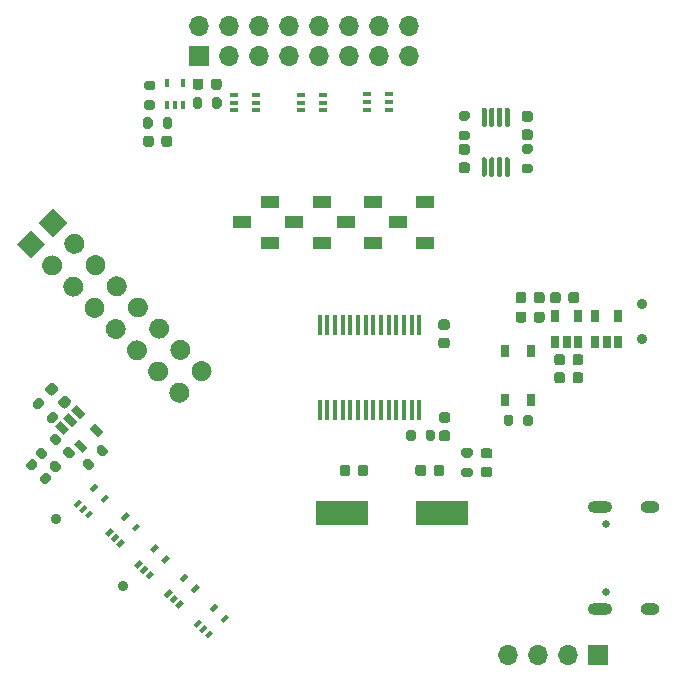
<source format=gbr>
%TF.GenerationSoftware,KiCad,Pcbnew,(5.1.9)-1*%
%TF.CreationDate,2021-05-12T23:31:49+03:00*%
%TF.ProjectId,Ganglion_01,47616e67-6c69-46f6-9e5f-30312e6b6963,01*%
%TF.SameCoordinates,PX4a1f960PY74ffa90*%
%TF.FileFunction,Soldermask,Top*%
%TF.FilePolarity,Negative*%
%FSLAX46Y46*%
G04 Gerber Fmt 4.6, Leading zero omitted, Abs format (unit mm)*
G04 Created by KiCad (PCBNEW (5.1.9)-1) date 2021-05-12 23:31:49*
%MOMM*%
%LPD*%
G01*
G04 APERTURE LIST*
%ADD10C,0.650000*%
%ADD11O,2.100000X1.000000*%
%ADD12O,1.600000X1.000000*%
%ADD13R,0.400000X0.650000*%
%ADD14R,4.500000X2.000000*%
%ADD15R,0.650000X0.400000*%
%ADD16C,0.100000*%
%ADD17R,0.650000X1.060000*%
%ADD18R,0.450000X1.750000*%
%ADD19O,1.700000X1.700000*%
%ADD20R,1.700000X1.700000*%
%ADD21R,1.600000X1.000000*%
%ADD22C,0.900000*%
%ADD23R,0.650000X1.050000*%
G04 APERTURE END LIST*
%TO.C,U6*%
G36*
G01*
X47618703Y44252611D02*
X47818703Y44252611D01*
G75*
G02*
X47918703Y44152611I0J-100000D01*
G01*
X47918703Y42727611D01*
G75*
G02*
X47818703Y42627611I-100000J0D01*
G01*
X47618703Y42627611D01*
G75*
G02*
X47518703Y42727611I0J100000D01*
G01*
X47518703Y44152611D01*
G75*
G02*
X47618703Y44252611I100000J0D01*
G01*
G37*
G36*
G01*
X46968703Y44252611D02*
X47168703Y44252611D01*
G75*
G02*
X47268703Y44152611I0J-100000D01*
G01*
X47268703Y42727611D01*
G75*
G02*
X47168703Y42627611I-100000J0D01*
G01*
X46968703Y42627611D01*
G75*
G02*
X46868703Y42727611I0J100000D01*
G01*
X46868703Y44152611D01*
G75*
G02*
X46968703Y44252611I100000J0D01*
G01*
G37*
G36*
G01*
X46318703Y44252611D02*
X46518703Y44252611D01*
G75*
G02*
X46618703Y44152611I0J-100000D01*
G01*
X46618703Y42727611D01*
G75*
G02*
X46518703Y42627611I-100000J0D01*
G01*
X46318703Y42627611D01*
G75*
G02*
X46218703Y42727611I0J100000D01*
G01*
X46218703Y44152611D01*
G75*
G02*
X46318703Y44252611I100000J0D01*
G01*
G37*
G36*
G01*
X45668703Y44252611D02*
X45868703Y44252611D01*
G75*
G02*
X45968703Y44152611I0J-100000D01*
G01*
X45968703Y42727611D01*
G75*
G02*
X45868703Y42627611I-100000J0D01*
G01*
X45668703Y42627611D01*
G75*
G02*
X45568703Y42727611I0J100000D01*
G01*
X45568703Y44152611D01*
G75*
G02*
X45668703Y44252611I100000J0D01*
G01*
G37*
G36*
G01*
X45668703Y48477611D02*
X45868703Y48477611D01*
G75*
G02*
X45968703Y48377611I0J-100000D01*
G01*
X45968703Y46952611D01*
G75*
G02*
X45868703Y46852611I-100000J0D01*
G01*
X45668703Y46852611D01*
G75*
G02*
X45568703Y46952611I0J100000D01*
G01*
X45568703Y48377611D01*
G75*
G02*
X45668703Y48477611I100000J0D01*
G01*
G37*
G36*
G01*
X46318703Y48477611D02*
X46518703Y48477611D01*
G75*
G02*
X46618703Y48377611I0J-100000D01*
G01*
X46618703Y46952611D01*
G75*
G02*
X46518703Y46852611I-100000J0D01*
G01*
X46318703Y46852611D01*
G75*
G02*
X46218703Y46952611I0J100000D01*
G01*
X46218703Y48377611D01*
G75*
G02*
X46318703Y48477611I100000J0D01*
G01*
G37*
G36*
G01*
X46968703Y48477611D02*
X47168703Y48477611D01*
G75*
G02*
X47268703Y48377611I0J-100000D01*
G01*
X47268703Y46952611D01*
G75*
G02*
X47168703Y46852611I-100000J0D01*
G01*
X46968703Y46852611D01*
G75*
G02*
X46868703Y46952611I0J100000D01*
G01*
X46868703Y48377611D01*
G75*
G02*
X46968703Y48477611I100000J0D01*
G01*
G37*
G36*
G01*
X47618703Y48477611D02*
X47818703Y48477611D01*
G75*
G02*
X47918703Y48377611I0J-100000D01*
G01*
X47918703Y46952611D01*
G75*
G02*
X47818703Y46852611I-100000J0D01*
G01*
X47618703Y46852611D01*
G75*
G02*
X47518703Y46952611I0J100000D01*
G01*
X47518703Y48377611D01*
G75*
G02*
X47618703Y48477611I100000J0D01*
G01*
G37*
%TD*%
D10*
%TO.C,USB1*%
X56125000Y7460000D03*
X56125000Y13240000D03*
D11*
X55595000Y14670000D03*
X55595000Y6030000D03*
D12*
X59775000Y14670000D03*
X59775000Y6030000D03*
%TD*%
D13*
%TO.C,U25*%
X18946100Y50556200D03*
X20246100Y50556200D03*
X19596100Y48656200D03*
X20246100Y48656200D03*
X18946100Y48656200D03*
%TD*%
D14*
%TO.C,Y1*%
X33697600Y14122400D03*
X42197600Y14122400D03*
%TD*%
D15*
%TO.C,U30*%
X32128500Y49545000D03*
X32128500Y48245000D03*
X30228500Y48895000D03*
X32128500Y48895000D03*
X30228500Y48245000D03*
X30228500Y49545000D03*
%TD*%
%TO.C,U29*%
X37716500Y49608500D03*
X37716500Y48308500D03*
X35816500Y48958500D03*
X37716500Y48958500D03*
X35816500Y48308500D03*
X35816500Y49608500D03*
%TD*%
%TO.C,U28*%
X26450000Y49550000D03*
X26450000Y48250000D03*
X24550000Y48900000D03*
X26450000Y48900000D03*
X24550000Y48250000D03*
X24550000Y49550000D03*
%TD*%
D16*
%TO.C,U22*%
G36*
X22805944Y5763940D02*
G01*
X22523101Y6046783D01*
X22982720Y6506402D01*
X23265563Y6223559D01*
X22805944Y5763940D01*
G37*
G36*
X23725183Y4844701D02*
G01*
X23442340Y5127544D01*
X23901959Y5587163D01*
X24184802Y5304320D01*
X23725183Y4844701D01*
G37*
G36*
X21922061Y3960818D02*
G01*
X21639218Y4243661D01*
X22098837Y4703280D01*
X22381680Y4420437D01*
X21922061Y3960818D01*
G37*
G36*
X22381680Y3501198D02*
G01*
X22098837Y3784041D01*
X22558456Y4243660D01*
X22841299Y3960817D01*
X22381680Y3501198D01*
G37*
G36*
X21462441Y4420437D02*
G01*
X21179598Y4703280D01*
X21639217Y5162899D01*
X21922060Y4880056D01*
X21462441Y4420437D01*
G37*
%TD*%
%TO.C,U21*%
G36*
X12645944Y15923940D02*
G01*
X12363101Y16206783D01*
X12822720Y16666402D01*
X13105563Y16383559D01*
X12645944Y15923940D01*
G37*
G36*
X13565183Y15004701D02*
G01*
X13282340Y15287544D01*
X13741959Y15747163D01*
X14024802Y15464320D01*
X13565183Y15004701D01*
G37*
G36*
X11762061Y14120818D02*
G01*
X11479218Y14403661D01*
X11938837Y14863280D01*
X12221680Y14580437D01*
X11762061Y14120818D01*
G37*
G36*
X12221680Y13661198D02*
G01*
X11938837Y13944041D01*
X12398456Y14403660D01*
X12681299Y14120817D01*
X12221680Y13661198D01*
G37*
G36*
X11302441Y14580437D02*
G01*
X11019598Y14863280D01*
X11479217Y15322899D01*
X11762060Y15040056D01*
X11302441Y14580437D01*
G37*
%TD*%
%TO.C,U20*%
G36*
X17776744Y10793140D02*
G01*
X17493901Y11075983D01*
X17953520Y11535602D01*
X18236363Y11252759D01*
X17776744Y10793140D01*
G37*
G36*
X18695983Y9873901D02*
G01*
X18413140Y10156744D01*
X18872759Y10616363D01*
X19155602Y10333520D01*
X18695983Y9873901D01*
G37*
G36*
X16892861Y8990018D02*
G01*
X16610018Y9272861D01*
X17069637Y9732480D01*
X17352480Y9449637D01*
X16892861Y8990018D01*
G37*
G36*
X17352480Y8530398D02*
G01*
X17069637Y8813241D01*
X17529256Y9272860D01*
X17812099Y8990017D01*
X17352480Y8530398D01*
G37*
G36*
X16433241Y9449637D02*
G01*
X16150398Y9732480D01*
X16610017Y10192099D01*
X16892860Y9909256D01*
X16433241Y9449637D01*
G37*
%TD*%
%TO.C,U19*%
G36*
X20291344Y8303940D02*
G01*
X20008501Y8586783D01*
X20468120Y9046402D01*
X20750963Y8763559D01*
X20291344Y8303940D01*
G37*
G36*
X21210583Y7384701D02*
G01*
X20927740Y7667544D01*
X21387359Y8127163D01*
X21670202Y7844320D01*
X21210583Y7384701D01*
G37*
G36*
X19407461Y6500818D02*
G01*
X19124618Y6783661D01*
X19584237Y7243280D01*
X19867080Y6960437D01*
X19407461Y6500818D01*
G37*
G36*
X19867080Y6041198D02*
G01*
X19584237Y6324041D01*
X20043856Y6783660D01*
X20326699Y6500817D01*
X19867080Y6041198D01*
G37*
G36*
X18947841Y6960437D02*
G01*
X18664998Y7243280D01*
X19124617Y7702899D01*
X19407460Y7420056D01*
X18947841Y6960437D01*
G37*
%TD*%
%TO.C,U18*%
G36*
X15287544Y13485540D02*
G01*
X15004701Y13768383D01*
X15464320Y14228002D01*
X15747163Y13945159D01*
X15287544Y13485540D01*
G37*
G36*
X16206783Y12566301D02*
G01*
X15923940Y12849144D01*
X16383559Y13308763D01*
X16666402Y13025920D01*
X16206783Y12566301D01*
G37*
G36*
X14403661Y11682418D02*
G01*
X14120818Y11965261D01*
X14580437Y12424880D01*
X14863280Y12142037D01*
X14403661Y11682418D01*
G37*
G36*
X14863280Y11222798D02*
G01*
X14580437Y11505641D01*
X15040056Y11965260D01*
X15322899Y11682417D01*
X14863280Y11222798D01*
G37*
G36*
X13944041Y12142037D02*
G01*
X13661198Y12424880D01*
X14120817Y12884499D01*
X14403660Y12601656D01*
X13944041Y12142037D01*
G37*
%TD*%
%TO.C,U14*%
G36*
X12351193Y21298691D02*
G01*
X12810812Y21758310D01*
X13560345Y21008777D01*
X13100726Y20549158D01*
X12351193Y21298691D01*
G37*
G36*
X11007690Y19955188D02*
G01*
X11467309Y20414807D01*
X12216842Y19665274D01*
X11757223Y19205655D01*
X11007690Y19955188D01*
G37*
G36*
X9452055Y21510823D02*
G01*
X9911674Y21970442D01*
X10661207Y21220909D01*
X10201588Y20761290D01*
X9452055Y21510823D01*
G37*
G36*
X10123807Y22182574D02*
G01*
X10583426Y22642193D01*
X11332959Y21892660D01*
X10873340Y21433041D01*
X10123807Y22182574D01*
G37*
G36*
X10795558Y22854326D02*
G01*
X11255177Y23313945D01*
X12004710Y22564412D01*
X11545091Y22104793D01*
X10795558Y22854326D01*
G37*
%TD*%
D17*
%TO.C,U10*%
X55184000Y30818000D03*
X57084000Y30818000D03*
X57084000Y28618000D03*
X56134000Y28618000D03*
X55184000Y28618000D03*
%TD*%
%TO.C,U9*%
X51805800Y30792600D03*
X53705800Y30792600D03*
X53705800Y28592600D03*
X52755800Y28592600D03*
X51805800Y28592600D03*
%TD*%
D18*
%TO.C,U7*%
X40293000Y22841400D03*
X39643000Y22841400D03*
X38993000Y22841400D03*
X38343000Y22841400D03*
X37693000Y22841400D03*
X37043000Y22841400D03*
X36393000Y22841400D03*
X35743000Y22841400D03*
X35093000Y22841400D03*
X34443000Y22841400D03*
X33793000Y22841400D03*
X33143000Y22841400D03*
X32493000Y22841400D03*
X31843000Y22841400D03*
X31843000Y30041400D03*
X32493000Y30041400D03*
X33143000Y30041400D03*
X33793000Y30041400D03*
X34443000Y30041400D03*
X35093000Y30041400D03*
X35743000Y30041400D03*
X36393000Y30041400D03*
X37043000Y30041400D03*
X37693000Y30041400D03*
X38343000Y30041400D03*
X38993000Y30041400D03*
X39643000Y30041400D03*
X40293000Y30041400D03*
%TD*%
%TO.C,R49*%
G36*
G01*
X22738900Y48594600D02*
X22738900Y49144600D01*
G75*
G02*
X22938900Y49344600I200000J0D01*
G01*
X23338900Y49344600D01*
G75*
G02*
X23538900Y49144600I0J-200000D01*
G01*
X23538900Y48594600D01*
G75*
G02*
X23338900Y48394600I-200000J0D01*
G01*
X22938900Y48394600D01*
G75*
G02*
X22738900Y48594600I0J200000D01*
G01*
G37*
G36*
G01*
X21088900Y48594600D02*
X21088900Y49144600D01*
G75*
G02*
X21288900Y49344600I200000J0D01*
G01*
X21688900Y49344600D01*
G75*
G02*
X21888900Y49144600I0J-200000D01*
G01*
X21888900Y48594600D01*
G75*
G02*
X21688900Y48394600I-200000J0D01*
G01*
X21288900Y48394600D01*
G75*
G02*
X21088900Y48594600I0J200000D01*
G01*
G37*
%TD*%
%TO.C,R47*%
G36*
G01*
X44048000Y17990000D02*
X44598000Y17990000D01*
G75*
G02*
X44798000Y17790000I0J-200000D01*
G01*
X44798000Y17390000D01*
G75*
G02*
X44598000Y17190000I-200000J0D01*
G01*
X44048000Y17190000D01*
G75*
G02*
X43848000Y17390000I0J200000D01*
G01*
X43848000Y17790000D01*
G75*
G02*
X44048000Y17990000I200000J0D01*
G01*
G37*
G36*
G01*
X44048000Y19640000D02*
X44598000Y19640000D01*
G75*
G02*
X44798000Y19440000I0J-200000D01*
G01*
X44798000Y19040000D01*
G75*
G02*
X44598000Y18840000I-200000J0D01*
G01*
X44048000Y18840000D01*
G75*
G02*
X43848000Y19040000I0J200000D01*
G01*
X43848000Y19440000D01*
G75*
G02*
X44048000Y19640000I200000J0D01*
G01*
G37*
%TD*%
%TO.C,R43*%
G36*
G01*
X12357425Y18740734D02*
X12746334Y18351825D01*
G75*
G02*
X12746334Y18068983I-141421J-141421D01*
G01*
X12463491Y17786140D01*
G75*
G02*
X12180649Y17786140I-141421J141421D01*
G01*
X11791740Y18175049D01*
G75*
G02*
X11791740Y18457891I141421J141421D01*
G01*
X12074583Y18740734D01*
G75*
G02*
X12357425Y18740734I141421J-141421D01*
G01*
G37*
G36*
G01*
X13524151Y19907460D02*
X13913060Y19518551D01*
G75*
G02*
X13913060Y19235709I-141421J-141421D01*
G01*
X13630217Y18952866D01*
G75*
G02*
X13347375Y18952866I-141421J141421D01*
G01*
X12958466Y19341775D01*
G75*
G02*
X12958466Y19624617I141421J141421D01*
G01*
X13241309Y19907460D01*
G75*
G02*
X13524151Y19907460I141421J-141421D01*
G01*
G37*
%TD*%
%TO.C,R42*%
G36*
G01*
X8716666Y22314225D02*
X9105575Y22703134D01*
G75*
G02*
X9388417Y22703134I141421J-141421D01*
G01*
X9671260Y22420291D01*
G75*
G02*
X9671260Y22137449I-141421J-141421D01*
G01*
X9282351Y21748540D01*
G75*
G02*
X8999509Y21748540I-141421J141421D01*
G01*
X8716666Y22031383D01*
G75*
G02*
X8716666Y22314225I141421J141421D01*
G01*
G37*
G36*
G01*
X7549940Y23480951D02*
X7938849Y23869860D01*
G75*
G02*
X8221691Y23869860I141421J-141421D01*
G01*
X8504534Y23587017D01*
G75*
G02*
X8504534Y23304175I-141421J-141421D01*
G01*
X8115625Y22915266D01*
G75*
G02*
X7832783Y22915266I-141421J141421D01*
G01*
X7549940Y23198109D01*
G75*
G02*
X7549940Y23480951I141421J141421D01*
G01*
G37*
%TD*%
%TO.C,R41*%
G36*
G01*
X9538025Y18562934D02*
X9926934Y18174025D01*
G75*
G02*
X9926934Y17891183I-141421J-141421D01*
G01*
X9644091Y17608340D01*
G75*
G02*
X9361249Y17608340I-141421J141421D01*
G01*
X8972340Y17997249D01*
G75*
G02*
X8972340Y18280091I141421J141421D01*
G01*
X9255183Y18562934D01*
G75*
G02*
X9538025Y18562934I141421J-141421D01*
G01*
G37*
G36*
G01*
X10704751Y19729660D02*
X11093660Y19340751D01*
G75*
G02*
X11093660Y19057909I-141421J-141421D01*
G01*
X10810817Y18775066D01*
G75*
G02*
X10527975Y18775066I-141421J141421D01*
G01*
X10139066Y19163975D01*
G75*
G02*
X10139066Y19446817I141421J141421D01*
G01*
X10421909Y19729660D01*
G75*
G02*
X10704751Y19729660I141421J-141421D01*
G01*
G37*
%TD*%
%TO.C,R40*%
G36*
G01*
X8395025Y19680534D02*
X8783934Y19291625D01*
G75*
G02*
X8783934Y19008783I-141421J-141421D01*
G01*
X8501091Y18725940D01*
G75*
G02*
X8218249Y18725940I-141421J141421D01*
G01*
X7829340Y19114849D01*
G75*
G02*
X7829340Y19397691I141421J141421D01*
G01*
X8112183Y19680534D01*
G75*
G02*
X8395025Y19680534I141421J-141421D01*
G01*
G37*
G36*
G01*
X9561751Y20847260D02*
X9950660Y20458351D01*
G75*
G02*
X9950660Y20175509I-141421J-141421D01*
G01*
X9667817Y19892666D01*
G75*
G02*
X9384975Y19892666I-141421J141421D01*
G01*
X8996066Y20281575D01*
G75*
G02*
X8996066Y20564417I141421J141421D01*
G01*
X9278909Y20847260D01*
G75*
G02*
X9561751Y20847260I141421J-141421D01*
G01*
G37*
%TD*%
%TO.C,R39*%
G36*
G01*
X8157866Y17158025D02*
X8546775Y17546934D01*
G75*
G02*
X8829617Y17546934I141421J-141421D01*
G01*
X9112460Y17264091D01*
G75*
G02*
X9112460Y16981249I-141421J-141421D01*
G01*
X8723551Y16592340D01*
G75*
G02*
X8440709Y16592340I-141421J141421D01*
G01*
X8157866Y16875183D01*
G75*
G02*
X8157866Y17158025I141421J141421D01*
G01*
G37*
G36*
G01*
X6991140Y18324751D02*
X7380049Y18713660D01*
G75*
G02*
X7662891Y18713660I141421J-141421D01*
G01*
X7945734Y18430817D01*
G75*
G02*
X7945734Y18147975I-141421J-141421D01*
G01*
X7556825Y17759066D01*
G75*
G02*
X7273983Y17759066I-141421J141421D01*
G01*
X6991140Y18041909D01*
G75*
G02*
X6991140Y18324751I141421J141421D01*
G01*
G37*
%TD*%
%TO.C,R38*%
G36*
G01*
X48225000Y22275000D02*
X48225000Y21725000D01*
G75*
G02*
X48025000Y21525000I-200000J0D01*
G01*
X47625000Y21525000D01*
G75*
G02*
X47425000Y21725000I0J200000D01*
G01*
X47425000Y22275000D01*
G75*
G02*
X47625000Y22475000I200000J0D01*
G01*
X48025000Y22475000D01*
G75*
G02*
X48225000Y22275000I0J-200000D01*
G01*
G37*
G36*
G01*
X49875000Y22275000D02*
X49875000Y21725000D01*
G75*
G02*
X49675000Y21525000I-200000J0D01*
G01*
X49275000Y21525000D01*
G75*
G02*
X49075000Y21725000I0J200000D01*
G01*
X49075000Y22275000D01*
G75*
G02*
X49275000Y22475000I200000J0D01*
G01*
X49675000Y22475000D01*
G75*
G02*
X49875000Y22275000I0J-200000D01*
G01*
G37*
%TD*%
%TO.C,R37*%
G36*
G01*
X39973700Y20988700D02*
X39973700Y20438700D01*
G75*
G02*
X39773700Y20238700I-200000J0D01*
G01*
X39373700Y20238700D01*
G75*
G02*
X39173700Y20438700I0J200000D01*
G01*
X39173700Y20988700D01*
G75*
G02*
X39373700Y21188700I200000J0D01*
G01*
X39773700Y21188700D01*
G75*
G02*
X39973700Y20988700I0J-200000D01*
G01*
G37*
G36*
G01*
X41623700Y20988700D02*
X41623700Y20438700D01*
G75*
G02*
X41423700Y20238700I-200000J0D01*
G01*
X41023700Y20238700D01*
G75*
G02*
X40823700Y20438700I0J200000D01*
G01*
X40823700Y20988700D01*
G75*
G02*
X41023700Y21188700I200000J0D01*
G01*
X41423700Y21188700D01*
G75*
G02*
X41623700Y20988700I0J-200000D01*
G01*
G37*
%TD*%
%TO.C,R33*%
G36*
G01*
X18547900Y46892800D02*
X18547900Y47442800D01*
G75*
G02*
X18747900Y47642800I200000J0D01*
G01*
X19147900Y47642800D01*
G75*
G02*
X19347900Y47442800I0J-200000D01*
G01*
X19347900Y46892800D01*
G75*
G02*
X19147900Y46692800I-200000J0D01*
G01*
X18747900Y46692800D01*
G75*
G02*
X18547900Y46892800I0J200000D01*
G01*
G37*
G36*
G01*
X16897900Y46892800D02*
X16897900Y47442800D01*
G75*
G02*
X17097900Y47642800I200000J0D01*
G01*
X17497900Y47642800D01*
G75*
G02*
X17697900Y47442800I0J-200000D01*
G01*
X17697900Y46892800D01*
G75*
G02*
X17497900Y46692800I-200000J0D01*
G01*
X17097900Y46692800D01*
G75*
G02*
X16897900Y46892800I0J200000D01*
G01*
G37*
%TD*%
%TO.C,R32*%
G36*
G01*
X17187500Y49092300D02*
X17737500Y49092300D01*
G75*
G02*
X17937500Y48892300I0J-200000D01*
G01*
X17937500Y48492300D01*
G75*
G02*
X17737500Y48292300I-200000J0D01*
G01*
X17187500Y48292300D01*
G75*
G02*
X16987500Y48492300I0J200000D01*
G01*
X16987500Y48892300D01*
G75*
G02*
X17187500Y49092300I200000J0D01*
G01*
G37*
G36*
G01*
X17187500Y50742300D02*
X17737500Y50742300D01*
G75*
G02*
X17937500Y50542300I0J-200000D01*
G01*
X17937500Y50142300D01*
G75*
G02*
X17737500Y49942300I-200000J0D01*
G01*
X17187500Y49942300D01*
G75*
G02*
X16987500Y50142300I0J200000D01*
G01*
X16987500Y50542300D01*
G75*
G02*
X17187500Y50742300I200000J0D01*
G01*
G37*
%TD*%
%TO.C,R28*%
G36*
G01*
X44351703Y47374611D02*
X43801703Y47374611D01*
G75*
G02*
X43601703Y47574611I0J200000D01*
G01*
X43601703Y47974611D01*
G75*
G02*
X43801703Y48174611I200000J0D01*
G01*
X44351703Y48174611D01*
G75*
G02*
X44551703Y47974611I0J-200000D01*
G01*
X44551703Y47574611D01*
G75*
G02*
X44351703Y47374611I-200000J0D01*
G01*
G37*
G36*
G01*
X44351703Y45724611D02*
X43801703Y45724611D01*
G75*
G02*
X43601703Y45924611I0J200000D01*
G01*
X43601703Y46324611D01*
G75*
G02*
X43801703Y46524611I200000J0D01*
G01*
X44351703Y46524611D01*
G75*
G02*
X44551703Y46324611I0J-200000D01*
G01*
X44551703Y45924611D01*
G75*
G02*
X44351703Y45724611I-200000J0D01*
G01*
G37*
%TD*%
%TO.C,R27*%
G36*
G01*
X49685703Y44580611D02*
X49135703Y44580611D01*
G75*
G02*
X48935703Y44780611I0J200000D01*
G01*
X48935703Y45180611D01*
G75*
G02*
X49135703Y45380611I200000J0D01*
G01*
X49685703Y45380611D01*
G75*
G02*
X49885703Y45180611I0J-200000D01*
G01*
X49885703Y44780611D01*
G75*
G02*
X49685703Y44580611I-200000J0D01*
G01*
G37*
G36*
G01*
X49685703Y42930611D02*
X49135703Y42930611D01*
G75*
G02*
X48935703Y43130611I0J200000D01*
G01*
X48935703Y43530611D01*
G75*
G02*
X49135703Y43730611I200000J0D01*
G01*
X49685703Y43730611D01*
G75*
G02*
X49885703Y43530611I0J-200000D01*
G01*
X49885703Y43130611D01*
G75*
G02*
X49685703Y42930611I-200000J0D01*
G01*
G37*
%TD*%
%TO.C,P5*%
G36*
G01*
X21242318Y25561600D02*
X21242318Y25561600D01*
G75*
G02*
X21242318Y26763682I601041J601041D01*
G01*
X21242318Y26763682D01*
G75*
G02*
X22444400Y26763682I601041J-601041D01*
G01*
X22444400Y26763682D01*
G75*
G02*
X22444400Y25561600I-601041J-601041D01*
G01*
X22444400Y25561600D01*
G75*
G02*
X21242318Y25561600I-601041J601041D01*
G01*
G37*
G36*
G01*
X19446266Y27357652D02*
X19446266Y27357652D01*
G75*
G02*
X19446266Y28559734I601041J601041D01*
G01*
X19446266Y28559734D01*
G75*
G02*
X20648348Y28559734I601041J-601041D01*
G01*
X20648348Y28559734D01*
G75*
G02*
X20648348Y27357652I-601041J-601041D01*
G01*
X20648348Y27357652D01*
G75*
G02*
X19446266Y27357652I-601041J601041D01*
G01*
G37*
G36*
G01*
X17650215Y29153703D02*
X17650215Y29153703D01*
G75*
G02*
X17650215Y30355785I601041J601041D01*
G01*
X17650215Y30355785D01*
G75*
G02*
X18852297Y30355785I601041J-601041D01*
G01*
X18852297Y30355785D01*
G75*
G02*
X18852297Y29153703I-601041J-601041D01*
G01*
X18852297Y29153703D01*
G75*
G02*
X17650215Y29153703I-601041J601041D01*
G01*
G37*
G36*
G01*
X15854164Y30949754D02*
X15854164Y30949754D01*
G75*
G02*
X15854164Y32151836I601041J601041D01*
G01*
X15854164Y32151836D01*
G75*
G02*
X17056246Y32151836I601041J-601041D01*
G01*
X17056246Y32151836D01*
G75*
G02*
X17056246Y30949754I-601041J-601041D01*
G01*
X17056246Y30949754D01*
G75*
G02*
X15854164Y30949754I-601041J601041D01*
G01*
G37*
G36*
G01*
X14058113Y32745805D02*
X14058113Y32745805D01*
G75*
G02*
X14058113Y33947887I601041J601041D01*
G01*
X14058113Y33947887D01*
G75*
G02*
X15260195Y33947887I601041J-601041D01*
G01*
X15260195Y33947887D01*
G75*
G02*
X15260195Y32745805I-601041J-601041D01*
G01*
X15260195Y32745805D01*
G75*
G02*
X14058113Y32745805I-601041J601041D01*
G01*
G37*
G36*
G01*
X12262061Y34541857D02*
X12262061Y34541857D01*
G75*
G02*
X12262061Y35743939I601041J601041D01*
G01*
X12262061Y35743939D01*
G75*
G02*
X13464143Y35743939I601041J-601041D01*
G01*
X13464143Y35743939D01*
G75*
G02*
X13464143Y34541857I-601041J-601041D01*
G01*
X13464143Y34541857D01*
G75*
G02*
X12262061Y34541857I-601041J601041D01*
G01*
G37*
G36*
G01*
X10466010Y36337908D02*
X10466010Y36337908D01*
G75*
G02*
X10466010Y37539990I601041J601041D01*
G01*
X10466010Y37539990D01*
G75*
G02*
X11668092Y37539990I601041J-601041D01*
G01*
X11668092Y37539990D01*
G75*
G02*
X11668092Y36337908I-601041J-601041D01*
G01*
X11668092Y36337908D01*
G75*
G02*
X10466010Y36337908I-601041J601041D01*
G01*
G37*
D16*
G36*
X9271000Y37532918D02*
G01*
X8068918Y38735000D01*
X9271000Y39937082D01*
X10473082Y38735000D01*
X9271000Y37532918D01*
G37*
%TD*%
%TO.C,P4*%
G36*
G01*
X19362718Y23732800D02*
X19362718Y23732800D01*
G75*
G02*
X19362718Y24934882I601041J601041D01*
G01*
X19362718Y24934882D01*
G75*
G02*
X20564800Y24934882I601041J-601041D01*
G01*
X20564800Y24934882D01*
G75*
G02*
X20564800Y23732800I-601041J-601041D01*
G01*
X20564800Y23732800D01*
G75*
G02*
X19362718Y23732800I-601041J601041D01*
G01*
G37*
G36*
G01*
X17566666Y25528852D02*
X17566666Y25528852D01*
G75*
G02*
X17566666Y26730934I601041J601041D01*
G01*
X17566666Y26730934D01*
G75*
G02*
X18768748Y26730934I601041J-601041D01*
G01*
X18768748Y26730934D01*
G75*
G02*
X18768748Y25528852I-601041J-601041D01*
G01*
X18768748Y25528852D01*
G75*
G02*
X17566666Y25528852I-601041J601041D01*
G01*
G37*
G36*
G01*
X15770615Y27324903D02*
X15770615Y27324903D01*
G75*
G02*
X15770615Y28526985I601041J601041D01*
G01*
X15770615Y28526985D01*
G75*
G02*
X16972697Y28526985I601041J-601041D01*
G01*
X16972697Y28526985D01*
G75*
G02*
X16972697Y27324903I-601041J-601041D01*
G01*
X16972697Y27324903D01*
G75*
G02*
X15770615Y27324903I-601041J601041D01*
G01*
G37*
G36*
G01*
X13974564Y29120954D02*
X13974564Y29120954D01*
G75*
G02*
X13974564Y30323036I601041J601041D01*
G01*
X13974564Y30323036D01*
G75*
G02*
X15176646Y30323036I601041J-601041D01*
G01*
X15176646Y30323036D01*
G75*
G02*
X15176646Y29120954I-601041J-601041D01*
G01*
X15176646Y29120954D01*
G75*
G02*
X13974564Y29120954I-601041J601041D01*
G01*
G37*
G36*
G01*
X12178513Y30917005D02*
X12178513Y30917005D01*
G75*
G02*
X12178513Y32119087I601041J601041D01*
G01*
X12178513Y32119087D01*
G75*
G02*
X13380595Y32119087I601041J-601041D01*
G01*
X13380595Y32119087D01*
G75*
G02*
X13380595Y30917005I-601041J-601041D01*
G01*
X13380595Y30917005D01*
G75*
G02*
X12178513Y30917005I-601041J601041D01*
G01*
G37*
G36*
G01*
X10382461Y32713057D02*
X10382461Y32713057D01*
G75*
G02*
X10382461Y33915139I601041J601041D01*
G01*
X10382461Y33915139D01*
G75*
G02*
X11584543Y33915139I601041J-601041D01*
G01*
X11584543Y33915139D01*
G75*
G02*
X11584543Y32713057I-601041J-601041D01*
G01*
X11584543Y32713057D01*
G75*
G02*
X10382461Y32713057I-601041J601041D01*
G01*
G37*
G36*
G01*
X8586410Y34509108D02*
X8586410Y34509108D01*
G75*
G02*
X8586410Y35711190I601041J601041D01*
G01*
X8586410Y35711190D01*
G75*
G02*
X9788492Y35711190I601041J-601041D01*
G01*
X9788492Y35711190D01*
G75*
G02*
X9788492Y34509108I-601041J-601041D01*
G01*
X9788492Y34509108D01*
G75*
G02*
X8586410Y34509108I-601041J601041D01*
G01*
G37*
G36*
X7391400Y35704118D02*
G01*
X6189318Y36906200D01*
X7391400Y38108282D01*
X8593482Y36906200D01*
X7391400Y35704118D01*
G37*
%TD*%
D19*
%TO.C,P3*%
X47830000Y2150000D03*
X50370000Y2150000D03*
X52910000Y2150000D03*
D20*
X55450000Y2150000D03*
%TD*%
D19*
%TO.C,P1*%
X39370000Y55372000D03*
X39370000Y52832000D03*
X36830000Y55372000D03*
X36830000Y52832000D03*
X34290000Y55372000D03*
X34290000Y52832000D03*
X31750000Y55372000D03*
X31750000Y52832000D03*
X29210000Y55372000D03*
X29210000Y52832000D03*
X26670000Y55372000D03*
X26670000Y52832000D03*
X24130000Y55372000D03*
X24130000Y52832000D03*
X21590000Y55372000D03*
D20*
X21590000Y52832000D03*
%TD*%
%TO.C,D2*%
G36*
G01*
X45717750Y18065000D02*
X46230250Y18065000D01*
G75*
G02*
X46449000Y17846250I0J-218750D01*
G01*
X46449000Y17408750D01*
G75*
G02*
X46230250Y17190000I-218750J0D01*
G01*
X45717750Y17190000D01*
G75*
G02*
X45499000Y17408750I0J218750D01*
G01*
X45499000Y17846250D01*
G75*
G02*
X45717750Y18065000I218750J0D01*
G01*
G37*
G36*
G01*
X45717750Y19640000D02*
X46230250Y19640000D01*
G75*
G02*
X46449000Y19421250I0J-218750D01*
G01*
X46449000Y18983750D01*
G75*
G02*
X46230250Y18765000I-218750J0D01*
G01*
X45717750Y18765000D01*
G75*
G02*
X45499000Y18983750I0J218750D01*
G01*
X45499000Y19421250D01*
G75*
G02*
X45717750Y19640000I218750J0D01*
G01*
G37*
%TD*%
%TO.C,C46*%
G36*
G01*
X22638900Y50207100D02*
X22638900Y50707100D01*
G75*
G02*
X22863900Y50932100I225000J0D01*
G01*
X23313900Y50932100D01*
G75*
G02*
X23538900Y50707100I0J-225000D01*
G01*
X23538900Y50207100D01*
G75*
G02*
X23313900Y49982100I-225000J0D01*
G01*
X22863900Y49982100D01*
G75*
G02*
X22638900Y50207100I0J225000D01*
G01*
G37*
G36*
G01*
X21088900Y50207100D02*
X21088900Y50707100D01*
G75*
G02*
X21313900Y50932100I225000J0D01*
G01*
X21763900Y50932100D01*
G75*
G02*
X21988900Y50707100I0J-225000D01*
G01*
X21988900Y50207100D01*
G75*
G02*
X21763900Y49982100I-225000J0D01*
G01*
X21313900Y49982100D01*
G75*
G02*
X21088900Y50207100I0J225000D01*
G01*
G37*
%TD*%
%TO.C,C45*%
G36*
G01*
X18447900Y45368400D02*
X18447900Y45868400D01*
G75*
G02*
X18672900Y46093400I225000J0D01*
G01*
X19122900Y46093400D01*
G75*
G02*
X19347900Y45868400I0J-225000D01*
G01*
X19347900Y45368400D01*
G75*
G02*
X19122900Y45143400I-225000J0D01*
G01*
X18672900Y45143400D01*
G75*
G02*
X18447900Y45368400I0J225000D01*
G01*
G37*
G36*
G01*
X16897900Y45368400D02*
X16897900Y45868400D01*
G75*
G02*
X17122900Y46093400I225000J0D01*
G01*
X17572900Y46093400D01*
G75*
G02*
X17797900Y45868400I0J-225000D01*
G01*
X17797900Y45368400D01*
G75*
G02*
X17572900Y45143400I-225000J0D01*
G01*
X17122900Y45143400D01*
G75*
G02*
X16897900Y45368400I0J225000D01*
G01*
G37*
%TD*%
%TO.C,C43*%
G36*
G01*
X35072200Y17504600D02*
X35072200Y18004600D01*
G75*
G02*
X35297200Y18229600I225000J0D01*
G01*
X35747200Y18229600D01*
G75*
G02*
X35972200Y18004600I0J-225000D01*
G01*
X35972200Y17504600D01*
G75*
G02*
X35747200Y17279600I-225000J0D01*
G01*
X35297200Y17279600D01*
G75*
G02*
X35072200Y17504600I0J225000D01*
G01*
G37*
G36*
G01*
X33522200Y17504600D02*
X33522200Y18004600D01*
G75*
G02*
X33747200Y18229600I225000J0D01*
G01*
X34197200Y18229600D01*
G75*
G02*
X34422200Y18004600I0J-225000D01*
G01*
X34422200Y17504600D01*
G75*
G02*
X34197200Y17279600I-225000J0D01*
G01*
X33747200Y17279600D01*
G75*
G02*
X33522200Y17504600I0J225000D01*
G01*
G37*
%TD*%
%TO.C,C38*%
G36*
G01*
X40848400Y18004600D02*
X40848400Y17504600D01*
G75*
G02*
X40623400Y17279600I-225000J0D01*
G01*
X40173400Y17279600D01*
G75*
G02*
X39948400Y17504600I0J225000D01*
G01*
X39948400Y18004600D01*
G75*
G02*
X40173400Y18229600I225000J0D01*
G01*
X40623400Y18229600D01*
G75*
G02*
X40848400Y18004600I0J-225000D01*
G01*
G37*
G36*
G01*
X42398400Y18004600D02*
X42398400Y17504600D01*
G75*
G02*
X42173400Y17279600I-225000J0D01*
G01*
X41723400Y17279600D01*
G75*
G02*
X41498400Y17504600I0J225000D01*
G01*
X41498400Y18004600D01*
G75*
G02*
X41723400Y18229600I225000J0D01*
G01*
X42173400Y18229600D01*
G75*
G02*
X42398400Y18004600I0J-225000D01*
G01*
G37*
%TD*%
%TO.C,C29*%
G36*
G01*
X49982000Y32135000D02*
X49982000Y32635000D01*
G75*
G02*
X50207000Y32860000I225000J0D01*
G01*
X50657000Y32860000D01*
G75*
G02*
X50882000Y32635000I0J-225000D01*
G01*
X50882000Y32135000D01*
G75*
G02*
X50657000Y31910000I-225000J0D01*
G01*
X50207000Y31910000D01*
G75*
G02*
X49982000Y32135000I0J225000D01*
G01*
G37*
G36*
G01*
X48432000Y32135000D02*
X48432000Y32635000D01*
G75*
G02*
X48657000Y32860000I225000J0D01*
G01*
X49107000Y32860000D01*
G75*
G02*
X49332000Y32635000I0J-225000D01*
G01*
X49332000Y32135000D01*
G75*
G02*
X49107000Y31910000I-225000J0D01*
G01*
X48657000Y31910000D01*
G75*
G02*
X48432000Y32135000I0J225000D01*
G01*
G37*
%TD*%
%TO.C,C28*%
G36*
G01*
X52253000Y32635000D02*
X52253000Y32135000D01*
G75*
G02*
X52028000Y31910000I-225000J0D01*
G01*
X51578000Y31910000D01*
G75*
G02*
X51353000Y32135000I0J225000D01*
G01*
X51353000Y32635000D01*
G75*
G02*
X51578000Y32860000I225000J0D01*
G01*
X52028000Y32860000D01*
G75*
G02*
X52253000Y32635000I0J-225000D01*
G01*
G37*
G36*
G01*
X53803000Y32635000D02*
X53803000Y32135000D01*
G75*
G02*
X53578000Y31910000I-225000J0D01*
G01*
X53128000Y31910000D01*
G75*
G02*
X52903000Y32135000I0J225000D01*
G01*
X52903000Y32635000D01*
G75*
G02*
X53128000Y32860000I225000J0D01*
G01*
X53578000Y32860000D01*
G75*
G02*
X53803000Y32635000I0J-225000D01*
G01*
G37*
%TD*%
%TO.C,C27*%
G36*
G01*
X49982000Y30484000D02*
X49982000Y30984000D01*
G75*
G02*
X50207000Y31209000I225000J0D01*
G01*
X50657000Y31209000D01*
G75*
G02*
X50882000Y30984000I0J-225000D01*
G01*
X50882000Y30484000D01*
G75*
G02*
X50657000Y30259000I-225000J0D01*
G01*
X50207000Y30259000D01*
G75*
G02*
X49982000Y30484000I0J225000D01*
G01*
G37*
G36*
G01*
X48432000Y30484000D02*
X48432000Y30984000D01*
G75*
G02*
X48657000Y31209000I225000J0D01*
G01*
X49107000Y31209000D01*
G75*
G02*
X49332000Y30984000I0J-225000D01*
G01*
X49332000Y30484000D01*
G75*
G02*
X49107000Y30259000I-225000J0D01*
G01*
X48657000Y30259000D01*
G75*
G02*
X48432000Y30484000I0J225000D01*
G01*
G37*
%TD*%
%TO.C,C26*%
G36*
G01*
X52608600Y27377200D02*
X52608600Y26877200D01*
G75*
G02*
X52383600Y26652200I-225000J0D01*
G01*
X51933600Y26652200D01*
G75*
G02*
X51708600Y26877200I0J225000D01*
G01*
X51708600Y27377200D01*
G75*
G02*
X51933600Y27602200I225000J0D01*
G01*
X52383600Y27602200D01*
G75*
G02*
X52608600Y27377200I0J-225000D01*
G01*
G37*
G36*
G01*
X54158600Y27377200D02*
X54158600Y26877200D01*
G75*
G02*
X53933600Y26652200I-225000J0D01*
G01*
X53483600Y26652200D01*
G75*
G02*
X53258600Y26877200I0J225000D01*
G01*
X53258600Y27377200D01*
G75*
G02*
X53483600Y27602200I225000J0D01*
G01*
X53933600Y27602200D01*
G75*
G02*
X54158600Y27377200I0J-225000D01*
G01*
G37*
%TD*%
%TO.C,C25*%
G36*
G01*
X53258600Y25353200D02*
X53258600Y25853200D01*
G75*
G02*
X53483600Y26078200I225000J0D01*
G01*
X53933600Y26078200D01*
G75*
G02*
X54158600Y25853200I0J-225000D01*
G01*
X54158600Y25353200D01*
G75*
G02*
X53933600Y25128200I-225000J0D01*
G01*
X53483600Y25128200D01*
G75*
G02*
X53258600Y25353200I0J225000D01*
G01*
G37*
G36*
G01*
X51708600Y25353200D02*
X51708600Y25853200D01*
G75*
G02*
X51933600Y26078200I225000J0D01*
G01*
X52383600Y26078200D01*
G75*
G02*
X52608600Y25853200I0J-225000D01*
G01*
X52608600Y25353200D01*
G75*
G02*
X52383600Y25128200I-225000J0D01*
G01*
X51933600Y25128200D01*
G75*
G02*
X51708600Y25353200I0J225000D01*
G01*
G37*
%TD*%
%TO.C,C24*%
G36*
G01*
X42617200Y29636600D02*
X42117200Y29636600D01*
G75*
G02*
X41892200Y29861600I0J225000D01*
G01*
X41892200Y30311600D01*
G75*
G02*
X42117200Y30536600I225000J0D01*
G01*
X42617200Y30536600D01*
G75*
G02*
X42842200Y30311600I0J-225000D01*
G01*
X42842200Y29861600D01*
G75*
G02*
X42617200Y29636600I-225000J0D01*
G01*
G37*
G36*
G01*
X42617200Y28086600D02*
X42117200Y28086600D01*
G75*
G02*
X41892200Y28311600I0J225000D01*
G01*
X41892200Y28761600D01*
G75*
G02*
X42117200Y28986600I225000J0D01*
G01*
X42617200Y28986600D01*
G75*
G02*
X42842200Y28761600I0J-225000D01*
G01*
X42842200Y28311600D01*
G75*
G02*
X42617200Y28086600I-225000J0D01*
G01*
G37*
%TD*%
%TO.C,C22*%
G36*
G01*
X9743133Y23685313D02*
X10096687Y24038867D01*
G75*
G02*
X10414885Y24038867I159099J-159099D01*
G01*
X10733083Y23720669D01*
G75*
G02*
X10733083Y23402471I-159099J-159099D01*
G01*
X10379529Y23048917D01*
G75*
G02*
X10061331Y23048917I-159099J159099D01*
G01*
X9743133Y23367115D01*
G75*
G02*
X9743133Y23685313I159099J159099D01*
G01*
G37*
G36*
G01*
X8647117Y24781329D02*
X9000671Y25134883D01*
G75*
G02*
X9318869Y25134883I159099J-159099D01*
G01*
X9637067Y24816685D01*
G75*
G02*
X9637067Y24498487I-159099J-159099D01*
G01*
X9283513Y24144933D01*
G75*
G02*
X8965315Y24144933I-159099J159099D01*
G01*
X8647117Y24463131D01*
G75*
G02*
X8647117Y24781329I159099J159099D01*
G01*
G37*
%TD*%
%TO.C,C21*%
G36*
G01*
X42168000Y21138000D02*
X42668000Y21138000D01*
G75*
G02*
X42893000Y20913000I0J-225000D01*
G01*
X42893000Y20463000D01*
G75*
G02*
X42668000Y20238000I-225000J0D01*
G01*
X42168000Y20238000D01*
G75*
G02*
X41943000Y20463000I0J225000D01*
G01*
X41943000Y20913000D01*
G75*
G02*
X42168000Y21138000I225000J0D01*
G01*
G37*
G36*
G01*
X42168000Y22688000D02*
X42668000Y22688000D01*
G75*
G02*
X42893000Y22463000I0J-225000D01*
G01*
X42893000Y22013000D01*
G75*
G02*
X42668000Y21788000I-225000J0D01*
G01*
X42168000Y21788000D01*
G75*
G02*
X41943000Y22013000I0J225000D01*
G01*
X41943000Y22463000D01*
G75*
G02*
X42168000Y22688000I225000J0D01*
G01*
G37*
%TD*%
%TO.C,C15*%
G36*
G01*
X44326705Y44480612D02*
X43826705Y44480612D01*
G75*
G02*
X43601705Y44705612I0J225000D01*
G01*
X43601705Y45155612D01*
G75*
G02*
X43826705Y45380612I225000J0D01*
G01*
X44326705Y45380612D01*
G75*
G02*
X44551705Y45155612I0J-225000D01*
G01*
X44551705Y44705612D01*
G75*
G02*
X44326705Y44480612I-225000J0D01*
G01*
G37*
G36*
G01*
X44326705Y42930612D02*
X43826705Y42930612D01*
G75*
G02*
X43601705Y43155612I0J225000D01*
G01*
X43601705Y43605612D01*
G75*
G02*
X43826705Y43830612I225000J0D01*
G01*
X44326705Y43830612D01*
G75*
G02*
X44551705Y43605612I0J-225000D01*
G01*
X44551705Y43155612D01*
G75*
G02*
X44326705Y42930612I-225000J0D01*
G01*
G37*
%TD*%
%TO.C,C14*%
G36*
G01*
X49660705Y47274611D02*
X49160705Y47274611D01*
G75*
G02*
X48935705Y47499611I0J225000D01*
G01*
X48935705Y47949611D01*
G75*
G02*
X49160705Y48174611I225000J0D01*
G01*
X49660705Y48174611D01*
G75*
G02*
X49885705Y47949611I0J-225000D01*
G01*
X49885705Y47499611D01*
G75*
G02*
X49660705Y47274611I-225000J0D01*
G01*
G37*
G36*
G01*
X49660705Y45724611D02*
X49160705Y45724611D01*
G75*
G02*
X48935705Y45949611I0J225000D01*
G01*
X48935705Y46399611D01*
G75*
G02*
X49160705Y46624611I225000J0D01*
G01*
X49660705Y46624611D01*
G75*
G02*
X49885705Y46399611I0J-225000D01*
G01*
X49885705Y45949611D01*
G75*
G02*
X49660705Y45724611I-225000J0D01*
G01*
G37*
%TD*%
D21*
%TO.C,SW1*%
X40800000Y37000000D03*
X38500000Y38750000D03*
X40800000Y40500000D03*
%TD*%
%TO.C,SW2*%
X36400000Y37000000D03*
X34100000Y38750000D03*
X36400000Y40500000D03*
%TD*%
%TO.C,SW3*%
X32000000Y37000000D03*
X29700000Y38750000D03*
X32000000Y40500000D03*
%TD*%
%TO.C,SW4*%
X27600000Y37000000D03*
X25300000Y38750000D03*
X27600000Y40500000D03*
%TD*%
D22*
%TO.C,U13*%
X15174279Y7951035D03*
X9517425Y13607889D03*
%TD*%
D23*
%TO.C,SW6*%
X49710000Y27842000D03*
X49710000Y23692000D03*
X47560000Y27842000D03*
X47560000Y23692000D03*
%TD*%
D22*
%TO.C,SW5*%
X59154000Y28863600D03*
X59154000Y31863600D03*
%TD*%
M02*

</source>
